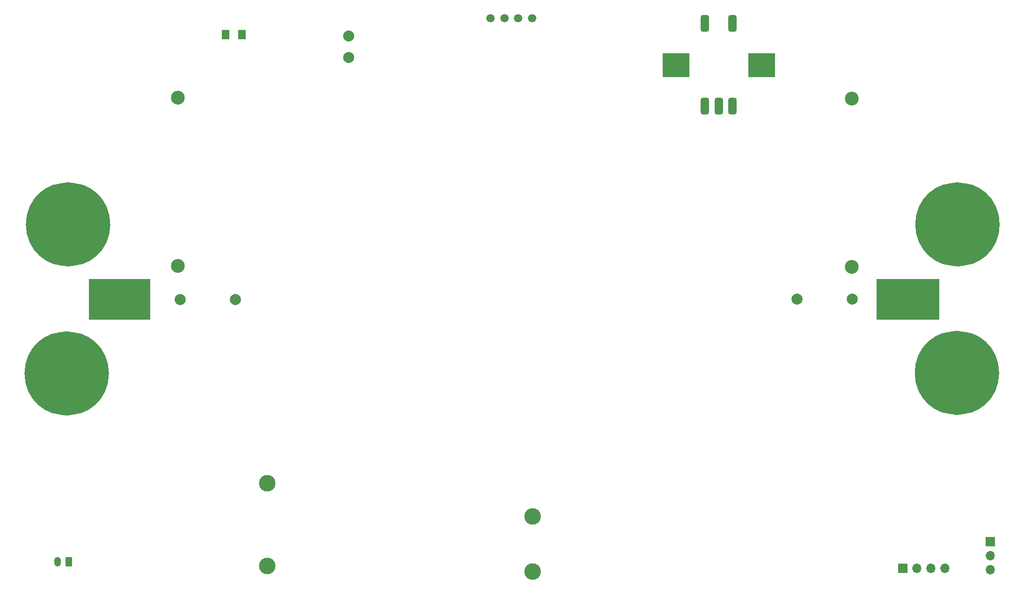
<source format=gbr>
G04 #@! TF.GenerationSoftware,KiCad,Pcbnew,8.0.1*
G04 #@! TF.CreationDate,2024-07-09T16:40:46+03:00*
G04 #@! TF.ProjectId,UA-1_v2,55412d31-5f76-4322-9e6b-696361645f70,rev?*
G04 #@! TF.SameCoordinates,Original*
G04 #@! TF.FileFunction,Soldermask,Top*
G04 #@! TF.FilePolarity,Negative*
%FSLAX46Y46*%
G04 Gerber Fmt 4.6, Leading zero omitted, Abs format (unit mm)*
G04 Created by KiCad (PCBNEW 8.0.1) date 2024-07-09 16:40:46*
%MOMM*%
%LPD*%
G01*
G04 APERTURE LIST*
G04 Aperture macros list*
%AMRoundRect*
0 Rectangle with rounded corners*
0 $1 Rounding radius*
0 $2 $3 $4 $5 $6 $7 $8 $9 X,Y pos of 4 corners*
0 Add a 4 corners polygon primitive as box body*
4,1,4,$2,$3,$4,$5,$6,$7,$8,$9,$2,$3,0*
0 Add four circle primitives for the rounded corners*
1,1,$1+$1,$2,$3*
1,1,$1+$1,$4,$5*
1,1,$1+$1,$6,$7*
1,1,$1+$1,$8,$9*
0 Add four rect primitives between the rounded corners*
20,1,$1+$1,$2,$3,$4,$5,0*
20,1,$1+$1,$4,$5,$6,$7,0*
20,1,$1+$1,$6,$7,$8,$9,0*
20,1,$1+$1,$8,$9,$2,$3,0*%
G04 Aperture macros list end*
%ADD10C,0.100000*%
%ADD11C,7.653453*%
%ADD12R,1.700000X1.700000*%
%ADD13O,1.700000X1.700000*%
%ADD14C,3.000000*%
%ADD15C,1.500000*%
%ADD16R,1.000000X1.000000*%
%ADD17C,2.000000*%
%ADD18RoundRect,0.250001X0.462499X0.624999X-0.462499X0.624999X-0.462499X-0.624999X0.462499X-0.624999X0*%
%ADD19RoundRect,0.375000X-0.375000X-1.125000X0.375000X-1.125000X0.375000X1.125000X-0.375000X1.125000X0*%
%ADD20RoundRect,0.250000X0.350000X0.625000X-0.350000X0.625000X-0.350000X-0.625000X0.350000X-0.625000X0*%
%ADD21O,1.200000X1.750000*%
%ADD22C,2.500000*%
G04 APERTURE END LIST*
D10*
X74750000Y-87000000D02*
X85750000Y-87000000D01*
X85750000Y-94250000D01*
X74750000Y-94250000D01*
X74750000Y-87000000D01*
G36*
X74750000Y-87000000D02*
G01*
X85750000Y-87000000D01*
X85750000Y-94250000D01*
X74750000Y-94250000D01*
X74750000Y-87000000D01*
G37*
X178600000Y-46100000D02*
X183300000Y-46100000D01*
X183300000Y-50300000D01*
X178600000Y-50300000D01*
X178600000Y-46100000D01*
G36*
X178600000Y-46100000D02*
G01*
X183300000Y-46100000D01*
X183300000Y-50300000D01*
X178600000Y-50300000D01*
X178600000Y-46100000D01*
G37*
D11*
X235726726Y-77103453D02*
G75*
G02*
X228073274Y-77103453I-3826726J0D01*
G01*
X228073274Y-77103453D02*
G75*
G02*
X235726726Y-77103453I3826726J0D01*
G01*
D10*
X217250000Y-87000000D02*
X228500000Y-87000000D01*
X228500000Y-94250000D01*
X217250000Y-94250000D01*
X217250000Y-87000000D01*
G36*
X217250000Y-87000000D02*
G01*
X228500000Y-87000000D01*
X228500000Y-94250000D01*
X217250000Y-94250000D01*
X217250000Y-87000000D01*
G37*
X194100000Y-46100000D02*
X198800000Y-46100000D01*
X198800000Y-50300000D01*
X194100000Y-50300000D01*
X194100000Y-46100000D01*
G36*
X194100000Y-46100000D02*
G01*
X198800000Y-46100000D01*
X198800000Y-50300000D01*
X194100000Y-50300000D01*
X194100000Y-46100000D01*
G37*
D11*
X74576726Y-104103453D02*
G75*
G02*
X66923274Y-104103453I-3826726J0D01*
G01*
X66923274Y-104103453D02*
G75*
G02*
X74576726Y-104103453I3826726J0D01*
G01*
X74826726Y-77103453D02*
G75*
G02*
X67173274Y-77103453I-3826726J0D01*
G01*
X67173274Y-77103453D02*
G75*
G02*
X74826726Y-77103453I3826726J0D01*
G01*
X235626726Y-104003453D02*
G75*
G02*
X227973274Y-104003453I-3826726J0D01*
G01*
X227973274Y-104003453D02*
G75*
G02*
X235626726Y-104003453I3826726J0D01*
G01*
D12*
X237800000Y-134575000D03*
D13*
X237800000Y-137115000D03*
X237800000Y-139655000D03*
D14*
X107000000Y-139000000D03*
X107000000Y-124000000D03*
X155000000Y-130000000D03*
X155000000Y-140000000D03*
D15*
X147450000Y-39750000D03*
X149950000Y-39750000D03*
X152450000Y-39750000D03*
X154950000Y-39750000D03*
D16*
X65400000Y-104000000D03*
D17*
X121800000Y-42950000D03*
X121800000Y-46900000D03*
D16*
X222800000Y-90700000D03*
X80300000Y-90600000D03*
D18*
X102487500Y-42750000D03*
X99512500Y-42750000D03*
D19*
X186200000Y-55700000D03*
X188700000Y-55700000D03*
X191200000Y-55700000D03*
X191200000Y-40700000D03*
X186200000Y-40700000D03*
D16*
X237400000Y-104200000D03*
D20*
X71100000Y-138250000D03*
D21*
X69100000Y-138250000D03*
D12*
X221980000Y-139400000D03*
D13*
X224520000Y-139400000D03*
X227060000Y-139400000D03*
X229600000Y-139400000D03*
D17*
X212850000Y-90650000D03*
X202850000Y-90650000D03*
D22*
X90850000Y-84595000D03*
X90850000Y-54115000D03*
X212800000Y-84795000D03*
X212800000Y-54315000D03*
D17*
X101300000Y-90750000D03*
X91300000Y-90750000D03*
M02*

</source>
